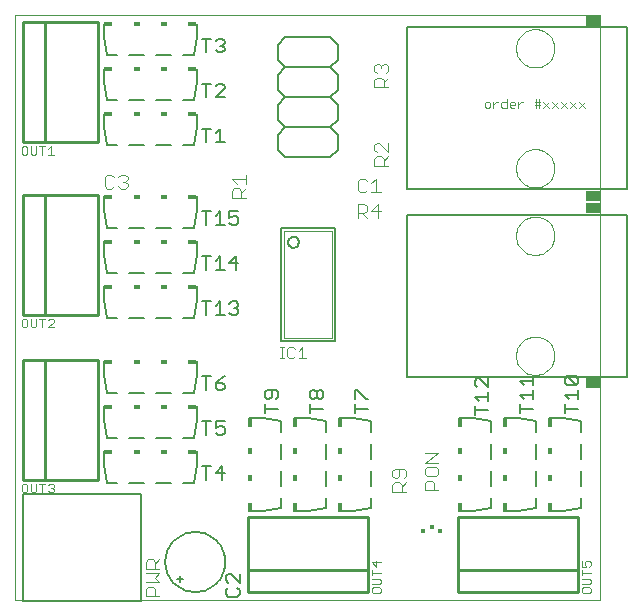
<source format=gto>
G75*
G70*
%OFA0B0*%
%FSLAX24Y24*%
%IPPOS*%
%LPD*%
%AMOC8*
5,1,8,0,0,1.08239X$1,22.5*
%
%ADD10C,0.0000*%
%ADD11C,0.0030*%
%ADD12C,0.0060*%
%ADD13R,0.0300X0.0150*%
%ADD14R,0.0200X0.0150*%
%ADD15C,0.0050*%
%ADD16R,0.0150X0.0300*%
%ADD17R,0.0150X0.0200*%
%ADD18C,0.0040*%
%ADD19C,0.0020*%
%ADD20C,0.0080*%
%ADD21C,0.0004*%
%ADD22R,0.0450X0.0364*%
%ADD23C,0.0100*%
%ADD24R,0.0128X0.0167*%
%ADD25R,0.0138X0.0138*%
D10*
X000180Y000680D02*
X000180Y020176D01*
X019675Y020176D01*
X019675Y000680D01*
X000180Y000680D01*
X016869Y008805D02*
X016871Y008855D01*
X016877Y008905D01*
X016887Y008954D01*
X016900Y009003D01*
X016918Y009050D01*
X016939Y009096D01*
X016963Y009139D01*
X016991Y009181D01*
X017022Y009221D01*
X017056Y009258D01*
X017093Y009292D01*
X017133Y009323D01*
X017175Y009351D01*
X017218Y009375D01*
X017264Y009396D01*
X017311Y009414D01*
X017360Y009427D01*
X017409Y009437D01*
X017459Y009443D01*
X017509Y009445D01*
X017559Y009443D01*
X017609Y009437D01*
X017658Y009427D01*
X017707Y009414D01*
X017754Y009396D01*
X017800Y009375D01*
X017843Y009351D01*
X017885Y009323D01*
X017925Y009292D01*
X017962Y009258D01*
X017996Y009221D01*
X018027Y009181D01*
X018055Y009139D01*
X018079Y009096D01*
X018100Y009050D01*
X018118Y009003D01*
X018131Y008954D01*
X018141Y008905D01*
X018147Y008855D01*
X018149Y008805D01*
X018147Y008755D01*
X018141Y008705D01*
X018131Y008656D01*
X018118Y008607D01*
X018100Y008560D01*
X018079Y008514D01*
X018055Y008471D01*
X018027Y008429D01*
X017996Y008389D01*
X017962Y008352D01*
X017925Y008318D01*
X017885Y008287D01*
X017843Y008259D01*
X017800Y008235D01*
X017754Y008214D01*
X017707Y008196D01*
X017658Y008183D01*
X017609Y008173D01*
X017559Y008167D01*
X017509Y008165D01*
X017459Y008167D01*
X017409Y008173D01*
X017360Y008183D01*
X017311Y008196D01*
X017264Y008214D01*
X017218Y008235D01*
X017175Y008259D01*
X017133Y008287D01*
X017093Y008318D01*
X017056Y008352D01*
X017022Y008389D01*
X016991Y008429D01*
X016963Y008471D01*
X016939Y008514D01*
X016918Y008560D01*
X016900Y008607D01*
X016887Y008656D01*
X016877Y008705D01*
X016871Y008755D01*
X016869Y008805D01*
X016869Y012805D02*
X016871Y012855D01*
X016877Y012905D01*
X016887Y012954D01*
X016900Y013003D01*
X016918Y013050D01*
X016939Y013096D01*
X016963Y013139D01*
X016991Y013181D01*
X017022Y013221D01*
X017056Y013258D01*
X017093Y013292D01*
X017133Y013323D01*
X017175Y013351D01*
X017218Y013375D01*
X017264Y013396D01*
X017311Y013414D01*
X017360Y013427D01*
X017409Y013437D01*
X017459Y013443D01*
X017509Y013445D01*
X017559Y013443D01*
X017609Y013437D01*
X017658Y013427D01*
X017707Y013414D01*
X017754Y013396D01*
X017800Y013375D01*
X017843Y013351D01*
X017885Y013323D01*
X017925Y013292D01*
X017962Y013258D01*
X017996Y013221D01*
X018027Y013181D01*
X018055Y013139D01*
X018079Y013096D01*
X018100Y013050D01*
X018118Y013003D01*
X018131Y012954D01*
X018141Y012905D01*
X018147Y012855D01*
X018149Y012805D01*
X018147Y012755D01*
X018141Y012705D01*
X018131Y012656D01*
X018118Y012607D01*
X018100Y012560D01*
X018079Y012514D01*
X018055Y012471D01*
X018027Y012429D01*
X017996Y012389D01*
X017962Y012352D01*
X017925Y012318D01*
X017885Y012287D01*
X017843Y012259D01*
X017800Y012235D01*
X017754Y012214D01*
X017707Y012196D01*
X017658Y012183D01*
X017609Y012173D01*
X017559Y012167D01*
X017509Y012165D01*
X017459Y012167D01*
X017409Y012173D01*
X017360Y012183D01*
X017311Y012196D01*
X017264Y012214D01*
X017218Y012235D01*
X017175Y012259D01*
X017133Y012287D01*
X017093Y012318D01*
X017056Y012352D01*
X017022Y012389D01*
X016991Y012429D01*
X016963Y012471D01*
X016939Y012514D01*
X016918Y012560D01*
X016900Y012607D01*
X016887Y012656D01*
X016877Y012705D01*
X016871Y012755D01*
X016869Y012805D01*
X016869Y015055D02*
X016871Y015105D01*
X016877Y015155D01*
X016887Y015204D01*
X016900Y015253D01*
X016918Y015300D01*
X016939Y015346D01*
X016963Y015389D01*
X016991Y015431D01*
X017022Y015471D01*
X017056Y015508D01*
X017093Y015542D01*
X017133Y015573D01*
X017175Y015601D01*
X017218Y015625D01*
X017264Y015646D01*
X017311Y015664D01*
X017360Y015677D01*
X017409Y015687D01*
X017459Y015693D01*
X017509Y015695D01*
X017559Y015693D01*
X017609Y015687D01*
X017658Y015677D01*
X017707Y015664D01*
X017754Y015646D01*
X017800Y015625D01*
X017843Y015601D01*
X017885Y015573D01*
X017925Y015542D01*
X017962Y015508D01*
X017996Y015471D01*
X018027Y015431D01*
X018055Y015389D01*
X018079Y015346D01*
X018100Y015300D01*
X018118Y015253D01*
X018131Y015204D01*
X018141Y015155D01*
X018147Y015105D01*
X018149Y015055D01*
X018147Y015005D01*
X018141Y014955D01*
X018131Y014906D01*
X018118Y014857D01*
X018100Y014810D01*
X018079Y014764D01*
X018055Y014721D01*
X018027Y014679D01*
X017996Y014639D01*
X017962Y014602D01*
X017925Y014568D01*
X017885Y014537D01*
X017843Y014509D01*
X017800Y014485D01*
X017754Y014464D01*
X017707Y014446D01*
X017658Y014433D01*
X017609Y014423D01*
X017559Y014417D01*
X017509Y014415D01*
X017459Y014417D01*
X017409Y014423D01*
X017360Y014433D01*
X017311Y014446D01*
X017264Y014464D01*
X017218Y014485D01*
X017175Y014509D01*
X017133Y014537D01*
X017093Y014568D01*
X017056Y014602D01*
X017022Y014639D01*
X016991Y014679D01*
X016963Y014721D01*
X016939Y014764D01*
X016918Y014810D01*
X016900Y014857D01*
X016887Y014906D01*
X016877Y014955D01*
X016871Y015005D01*
X016869Y015055D01*
X016869Y019055D02*
X016871Y019105D01*
X016877Y019155D01*
X016887Y019204D01*
X016900Y019253D01*
X016918Y019300D01*
X016939Y019346D01*
X016963Y019389D01*
X016991Y019431D01*
X017022Y019471D01*
X017056Y019508D01*
X017093Y019542D01*
X017133Y019573D01*
X017175Y019601D01*
X017218Y019625D01*
X017264Y019646D01*
X017311Y019664D01*
X017360Y019677D01*
X017409Y019687D01*
X017459Y019693D01*
X017509Y019695D01*
X017559Y019693D01*
X017609Y019687D01*
X017658Y019677D01*
X017707Y019664D01*
X017754Y019646D01*
X017800Y019625D01*
X017843Y019601D01*
X017885Y019573D01*
X017925Y019542D01*
X017962Y019508D01*
X017996Y019471D01*
X018027Y019431D01*
X018055Y019389D01*
X018079Y019346D01*
X018100Y019300D01*
X018118Y019253D01*
X018131Y019204D01*
X018141Y019155D01*
X018147Y019105D01*
X018149Y019055D01*
X018147Y019005D01*
X018141Y018955D01*
X018131Y018906D01*
X018118Y018857D01*
X018100Y018810D01*
X018079Y018764D01*
X018055Y018721D01*
X018027Y018679D01*
X017996Y018639D01*
X017962Y018602D01*
X017925Y018568D01*
X017885Y018537D01*
X017843Y018509D01*
X017800Y018485D01*
X017754Y018464D01*
X017707Y018446D01*
X017658Y018433D01*
X017609Y018423D01*
X017559Y018417D01*
X017509Y018415D01*
X017459Y018417D01*
X017409Y018423D01*
X017360Y018433D01*
X017311Y018446D01*
X017264Y018464D01*
X017218Y018485D01*
X017175Y018509D01*
X017133Y018537D01*
X017093Y018568D01*
X017056Y018602D01*
X017022Y018639D01*
X016991Y018679D01*
X016963Y018721D01*
X016939Y018764D01*
X016918Y018810D01*
X016900Y018857D01*
X016887Y018906D01*
X016877Y018955D01*
X016871Y019005D01*
X016869Y019055D01*
D11*
X016554Y017360D02*
X016554Y017070D01*
X016409Y017070D01*
X016360Y017118D01*
X016360Y017215D01*
X016409Y017263D01*
X016554Y017263D01*
X016655Y017215D02*
X016703Y017263D01*
X016800Y017263D01*
X016848Y017215D01*
X016848Y017167D01*
X016655Y017167D01*
X016655Y017215D02*
X016655Y017118D01*
X016703Y017070D01*
X016800Y017070D01*
X016949Y017070D02*
X016949Y017263D01*
X016949Y017167D02*
X017046Y017263D01*
X017095Y017263D01*
X017490Y017263D02*
X017635Y017263D01*
X017683Y017263D01*
X017683Y017167D02*
X017490Y017167D01*
X017538Y017070D02*
X017538Y017360D01*
X017635Y017360D02*
X017635Y017070D01*
X017784Y017070D02*
X017978Y017263D01*
X018079Y017263D02*
X018272Y017070D01*
X018374Y017070D02*
X018567Y017263D01*
X018668Y017263D02*
X018862Y017070D01*
X018963Y017070D02*
X019156Y017263D01*
X018963Y017263D02*
X019156Y017070D01*
X018862Y017263D02*
X018668Y017070D01*
X018567Y017070D02*
X018374Y017263D01*
X018272Y017263D02*
X018079Y017070D01*
X017978Y017070D02*
X017784Y017263D01*
X016260Y017263D02*
X016211Y017263D01*
X016115Y017167D01*
X016115Y017263D02*
X016115Y017070D01*
X016013Y017118D02*
X015965Y017070D01*
X015868Y017070D01*
X015820Y017118D01*
X015820Y017215D01*
X015868Y017263D01*
X015965Y017263D01*
X016013Y017215D01*
X016013Y017118D01*
X001469Y015500D02*
X001275Y015500D01*
X001372Y015500D02*
X001372Y015790D01*
X001275Y015693D01*
X001174Y015790D02*
X000981Y015790D01*
X001077Y015790D02*
X001077Y015500D01*
X000880Y015548D02*
X000880Y015790D01*
X000686Y015790D02*
X000686Y015548D01*
X000734Y015500D01*
X000831Y015500D01*
X000880Y015548D01*
X000585Y015548D02*
X000585Y015742D01*
X000537Y015790D01*
X000440Y015790D01*
X000391Y015742D01*
X000391Y015548D01*
X000440Y015500D01*
X000537Y015500D01*
X000585Y015548D01*
X000537Y010040D02*
X000585Y009992D01*
X000585Y009798D01*
X000537Y009750D01*
X000440Y009750D01*
X000391Y009798D01*
X000391Y009992D01*
X000440Y010040D01*
X000537Y010040D01*
X000686Y010040D02*
X000686Y009798D01*
X000734Y009750D01*
X000831Y009750D01*
X000880Y009798D01*
X000880Y010040D01*
X000981Y010040D02*
X001174Y010040D01*
X001077Y010040D02*
X001077Y009750D01*
X001275Y009750D02*
X001469Y009943D01*
X001469Y009992D01*
X001420Y010040D01*
X001324Y010040D01*
X001275Y009992D01*
X001275Y009750D02*
X001469Y009750D01*
X001420Y004540D02*
X001469Y004492D01*
X001469Y004443D01*
X001420Y004395D01*
X001469Y004347D01*
X001469Y004298D01*
X001420Y004250D01*
X001324Y004250D01*
X001275Y004298D01*
X001372Y004395D02*
X001420Y004395D01*
X001420Y004540D02*
X001324Y004540D01*
X001275Y004492D01*
X001174Y004540D02*
X000981Y004540D01*
X001077Y004540D02*
X001077Y004250D01*
X000880Y004298D02*
X000880Y004540D01*
X000686Y004540D02*
X000686Y004298D01*
X000734Y004250D01*
X000831Y004250D01*
X000880Y004298D01*
X000585Y004298D02*
X000585Y004492D01*
X000537Y004540D01*
X000440Y004540D01*
X000391Y004492D01*
X000391Y004298D01*
X000440Y004250D01*
X000537Y004250D01*
X000585Y004298D01*
X012070Y001920D02*
X012215Y001775D01*
X012215Y001969D01*
X012360Y001920D02*
X012070Y001920D01*
X012070Y001674D02*
X012070Y001481D01*
X012070Y001577D02*
X012360Y001577D01*
X012312Y001380D02*
X012070Y001380D01*
X012070Y001186D02*
X012312Y001186D01*
X012360Y001234D01*
X012360Y001331D01*
X012312Y001380D01*
X012312Y001085D02*
X012118Y001085D01*
X012070Y001037D01*
X012070Y000940D01*
X012118Y000891D01*
X012312Y000891D01*
X012360Y000940D01*
X012360Y001037D01*
X012312Y001085D01*
X019070Y001037D02*
X019070Y000940D01*
X019118Y000891D01*
X019312Y000891D01*
X019360Y000940D01*
X019360Y001037D01*
X019312Y001085D01*
X019118Y001085D01*
X019070Y001037D01*
X019070Y001186D02*
X019312Y001186D01*
X019360Y001234D01*
X019360Y001331D01*
X019312Y001380D01*
X019070Y001380D01*
X019070Y001481D02*
X019070Y001674D01*
X019070Y001577D02*
X019360Y001577D01*
X019312Y001775D02*
X019360Y001824D01*
X019360Y001920D01*
X019312Y001969D01*
X019215Y001969D01*
X019167Y001920D01*
X019167Y001872D01*
X019215Y001775D01*
X019070Y001775D01*
X019070Y001969D01*
D12*
X019030Y003730D02*
X018430Y003630D01*
X017980Y003630D01*
X017530Y003730D02*
X017530Y004080D01*
X017530Y003730D02*
X016930Y003630D01*
X016480Y003630D01*
X016030Y003730D02*
X016030Y004080D01*
X016030Y003730D02*
X015430Y003630D01*
X014980Y003630D01*
X016030Y004480D02*
X016030Y004980D01*
X016030Y005380D02*
X016030Y005880D01*
X016030Y006280D02*
X016030Y006630D01*
X015430Y006730D01*
X014980Y006730D01*
X016480Y006730D02*
X016930Y006730D01*
X017530Y006630D01*
X017530Y006280D01*
X017530Y005880D02*
X017530Y005380D01*
X017530Y004980D02*
X017530Y004480D01*
X019030Y004480D02*
X019030Y004980D01*
X019030Y005380D02*
X019030Y005880D01*
X019030Y006280D02*
X019030Y006630D01*
X018430Y006730D01*
X017980Y006730D01*
X019030Y004080D02*
X019030Y003730D01*
X012030Y003730D02*
X012030Y004080D01*
X012030Y003730D02*
X011430Y003630D01*
X010980Y003630D01*
X010530Y003730D02*
X010530Y004080D01*
X010530Y003730D02*
X009930Y003630D01*
X009480Y003630D01*
X009030Y003730D02*
X009030Y004080D01*
X009030Y003730D02*
X008430Y003630D01*
X007980Y003630D01*
X009030Y004480D02*
X009030Y004980D01*
X009030Y005380D02*
X009030Y005880D01*
X009030Y006280D02*
X009030Y006630D01*
X008430Y006730D01*
X007980Y006730D01*
X009480Y006730D02*
X009930Y006730D01*
X010530Y006630D01*
X010530Y006280D01*
X010530Y005880D02*
X010530Y005380D01*
X010530Y004980D02*
X010530Y004480D01*
X012030Y004480D02*
X012030Y004980D01*
X012030Y005380D02*
X012030Y005880D01*
X012030Y006280D02*
X012030Y006630D01*
X011430Y006730D01*
X010980Y006730D01*
X010829Y009294D02*
X009031Y009294D01*
X009031Y013066D01*
X010829Y013066D01*
X010829Y009294D01*
X009270Y012588D02*
X009272Y012614D01*
X009278Y012640D01*
X009287Y012664D01*
X009300Y012687D01*
X009316Y012708D01*
X009335Y012726D01*
X009356Y012742D01*
X009380Y012754D01*
X009404Y012762D01*
X009430Y012767D01*
X009457Y012768D01*
X009483Y012765D01*
X009508Y012758D01*
X009532Y012748D01*
X009555Y012734D01*
X009575Y012718D01*
X009592Y012698D01*
X009607Y012676D01*
X009618Y012652D01*
X009626Y012627D01*
X009630Y012601D01*
X009630Y012575D01*
X009626Y012549D01*
X009618Y012524D01*
X009607Y012500D01*
X009592Y012478D01*
X009575Y012458D01*
X009555Y012442D01*
X009532Y012428D01*
X009508Y012418D01*
X009483Y012411D01*
X009457Y012408D01*
X009430Y012409D01*
X009404Y012414D01*
X009380Y012422D01*
X009356Y012434D01*
X009335Y012450D01*
X009316Y012468D01*
X009300Y012489D01*
X009287Y012512D01*
X009278Y012536D01*
X009272Y012562D01*
X009270Y012588D01*
X009180Y015430D02*
X008930Y015680D01*
X008930Y016180D01*
X009180Y016430D01*
X010680Y016430D01*
X010930Y016680D01*
X010930Y017180D01*
X010680Y017430D01*
X009180Y017430D01*
X008930Y017680D01*
X008930Y018180D01*
X009180Y018430D01*
X008930Y018680D01*
X008930Y019180D01*
X009180Y019430D01*
X010680Y019430D01*
X010930Y019180D01*
X010930Y018680D01*
X010680Y018430D01*
X009180Y018430D01*
X009180Y017430D02*
X008930Y017180D01*
X008930Y016680D01*
X009180Y016430D01*
X009180Y015430D02*
X010680Y015430D01*
X010930Y015680D01*
X010930Y016180D01*
X010680Y016430D01*
X010680Y017430D02*
X010930Y017680D01*
X010930Y018180D01*
X010680Y018430D01*
X006230Y018380D02*
X006230Y017930D01*
X006130Y017330D01*
X005780Y017330D01*
X005380Y017330D02*
X004880Y017330D01*
X004480Y017330D02*
X003980Y017330D01*
X003580Y017330D02*
X003230Y017330D01*
X003130Y017930D01*
X003130Y018380D01*
X003230Y018830D02*
X003580Y018830D01*
X003230Y018830D02*
X003130Y019430D01*
X003130Y019880D01*
X003980Y018830D02*
X004480Y018830D01*
X004880Y018830D02*
X005380Y018830D01*
X005780Y018830D02*
X006130Y018830D01*
X006230Y019430D01*
X006230Y019880D01*
X006230Y016880D02*
X006230Y016430D01*
X006130Y015830D01*
X005780Y015830D01*
X005380Y015830D02*
X004880Y015830D01*
X004480Y015830D02*
X003980Y015830D01*
X003580Y015830D02*
X003230Y015830D01*
X003130Y016430D01*
X003130Y016880D01*
X003130Y014130D02*
X003130Y013680D01*
X003230Y013080D01*
X003580Y013080D01*
X003980Y013080D02*
X004480Y013080D01*
X004880Y013080D02*
X005380Y013080D01*
X005780Y013080D02*
X006130Y013080D01*
X006230Y013680D01*
X006230Y014130D01*
X006230Y012630D02*
X006230Y012180D01*
X006130Y011580D01*
X005780Y011580D01*
X005380Y011580D02*
X004880Y011580D01*
X004480Y011580D02*
X003980Y011580D01*
X003580Y011580D02*
X003230Y011580D01*
X003130Y012180D01*
X003130Y012630D01*
X003130Y011130D02*
X003130Y010680D01*
X003230Y010080D01*
X003580Y010080D01*
X003980Y010080D02*
X004480Y010080D01*
X004880Y010080D02*
X005380Y010080D01*
X005780Y010080D02*
X006130Y010080D01*
X006230Y010680D01*
X006230Y011130D01*
X006230Y008630D02*
X006230Y008180D01*
X006130Y007580D01*
X005780Y007580D01*
X005380Y007580D02*
X004880Y007580D01*
X004480Y007580D02*
X003980Y007580D01*
X003580Y007580D02*
X003230Y007580D01*
X003130Y008180D01*
X003130Y008630D01*
X003130Y007130D02*
X003130Y006680D01*
X003230Y006080D01*
X003580Y006080D01*
X003980Y006080D02*
X004480Y006080D01*
X004880Y006080D02*
X005380Y006080D01*
X005780Y006080D02*
X006130Y006080D01*
X006230Y006680D01*
X006230Y007130D01*
X006230Y005630D02*
X006230Y005180D01*
X006130Y004580D01*
X005780Y004580D01*
X005380Y004580D02*
X004880Y004580D01*
X004480Y004580D02*
X003980Y004580D01*
X003580Y004580D02*
X003230Y004580D01*
X003130Y005180D01*
X003130Y005630D01*
X005180Y001930D02*
X005182Y001993D01*
X005188Y002055D01*
X005198Y002117D01*
X005211Y002179D01*
X005229Y002239D01*
X005250Y002298D01*
X005275Y002356D01*
X005304Y002412D01*
X005336Y002466D01*
X005371Y002518D01*
X005409Y002567D01*
X005451Y002615D01*
X005495Y002659D01*
X005543Y002701D01*
X005592Y002739D01*
X005644Y002774D01*
X005698Y002806D01*
X005754Y002835D01*
X005812Y002860D01*
X005871Y002881D01*
X005931Y002899D01*
X005993Y002912D01*
X006055Y002922D01*
X006117Y002928D01*
X006180Y002930D01*
X006243Y002928D01*
X006305Y002922D01*
X006367Y002912D01*
X006429Y002899D01*
X006489Y002881D01*
X006548Y002860D01*
X006606Y002835D01*
X006662Y002806D01*
X006716Y002774D01*
X006768Y002739D01*
X006817Y002701D01*
X006865Y002659D01*
X006909Y002615D01*
X006951Y002567D01*
X006989Y002518D01*
X007024Y002466D01*
X007056Y002412D01*
X007085Y002356D01*
X007110Y002298D01*
X007131Y002239D01*
X007149Y002179D01*
X007162Y002117D01*
X007172Y002055D01*
X007178Y001993D01*
X007180Y001930D01*
X007178Y001867D01*
X007172Y001805D01*
X007162Y001743D01*
X007149Y001681D01*
X007131Y001621D01*
X007110Y001562D01*
X007085Y001504D01*
X007056Y001448D01*
X007024Y001394D01*
X006989Y001342D01*
X006951Y001293D01*
X006909Y001245D01*
X006865Y001201D01*
X006817Y001159D01*
X006768Y001121D01*
X006716Y001086D01*
X006662Y001054D01*
X006606Y001025D01*
X006548Y001000D01*
X006489Y000979D01*
X006429Y000961D01*
X006367Y000948D01*
X006305Y000938D01*
X006243Y000932D01*
X006180Y000930D01*
X006117Y000932D01*
X006055Y000938D01*
X005993Y000948D01*
X005931Y000961D01*
X005871Y000979D01*
X005812Y001000D01*
X005754Y001025D01*
X005698Y001054D01*
X005644Y001086D01*
X005592Y001121D01*
X005543Y001159D01*
X005495Y001201D01*
X005451Y001245D01*
X005409Y001293D01*
X005371Y001342D01*
X005336Y001394D01*
X005304Y001448D01*
X005275Y001504D01*
X005250Y001562D01*
X005229Y001621D01*
X005211Y001681D01*
X005198Y001743D01*
X005188Y001805D01*
X005182Y001867D01*
X005180Y001930D01*
X005680Y001480D02*
X005680Y001380D01*
X005580Y001380D01*
X005680Y001380D02*
X005780Y001380D01*
X005680Y001380D02*
X005680Y001280D01*
D13*
X006080Y005605D03*
X006080Y007105D03*
X006080Y008605D03*
X006080Y011105D03*
X006080Y012605D03*
X006080Y014105D03*
X006080Y016855D03*
X006080Y018355D03*
X006080Y019855D03*
X003280Y019855D03*
X003280Y018355D03*
X003280Y016855D03*
X003280Y014105D03*
X003280Y012605D03*
X003280Y011105D03*
X003280Y008605D03*
X003280Y007105D03*
X003280Y005605D03*
D14*
X004230Y005605D03*
X005130Y005605D03*
X005130Y007105D03*
X004230Y007105D03*
X004230Y008605D03*
X005130Y008605D03*
X005130Y011105D03*
X004230Y011105D03*
X004230Y012605D03*
X005130Y012605D03*
X005130Y014105D03*
X004230Y014105D03*
X004230Y016855D03*
X005130Y016855D03*
X005130Y018355D03*
X004230Y018355D03*
X004230Y019855D03*
X005130Y019855D03*
D15*
X006395Y019365D02*
X006695Y019365D01*
X006545Y019365D02*
X006545Y018915D01*
X006855Y018990D02*
X006930Y018915D01*
X007081Y018915D01*
X007156Y018990D01*
X007156Y019065D01*
X007081Y019140D01*
X007006Y019140D01*
X007081Y019140D02*
X007156Y019215D01*
X007156Y019290D01*
X007081Y019365D01*
X006930Y019365D01*
X006855Y019290D01*
X006930Y017865D02*
X006855Y017790D01*
X006930Y017865D02*
X007081Y017865D01*
X007156Y017790D01*
X007156Y017715D01*
X006855Y017415D01*
X007156Y017415D01*
X006695Y017865D02*
X006395Y017865D01*
X006545Y017865D02*
X006545Y017415D01*
X006545Y016365D02*
X006545Y015915D01*
X006855Y015915D02*
X007156Y015915D01*
X007006Y015915D02*
X007006Y016365D01*
X006855Y016215D01*
X006695Y016365D02*
X006395Y016365D01*
X006395Y013615D02*
X006695Y013615D01*
X006545Y013615D02*
X006545Y013165D01*
X006855Y013165D02*
X007156Y013165D01*
X007006Y013165D02*
X007006Y013615D01*
X006855Y013465D01*
X007316Y013390D02*
X007466Y013465D01*
X007541Y013465D01*
X007616Y013390D01*
X007616Y013240D01*
X007541Y013165D01*
X007391Y013165D01*
X007316Y013240D01*
X007316Y013390D02*
X007316Y013615D01*
X007616Y013615D01*
X007541Y012115D02*
X007316Y011890D01*
X007616Y011890D01*
X007541Y011665D02*
X007541Y012115D01*
X007156Y011665D02*
X006855Y011665D01*
X007006Y011665D02*
X007006Y012115D01*
X006855Y011965D01*
X006695Y012115D02*
X006395Y012115D01*
X006545Y012115D02*
X006545Y011665D01*
X006545Y010615D02*
X006545Y010165D01*
X006855Y010165D02*
X007156Y010165D01*
X007006Y010165D02*
X007006Y010615D01*
X006855Y010465D01*
X006695Y010615D02*
X006395Y010615D01*
X007316Y010540D02*
X007391Y010615D01*
X007541Y010615D01*
X007616Y010540D01*
X007616Y010465D01*
X007541Y010390D01*
X007616Y010315D01*
X007616Y010240D01*
X007541Y010165D01*
X007391Y010165D01*
X007316Y010240D01*
X007466Y010390D02*
X007541Y010390D01*
X007156Y008115D02*
X007006Y008040D01*
X006855Y007890D01*
X007081Y007890D01*
X007156Y007815D01*
X007156Y007740D01*
X007081Y007665D01*
X006930Y007665D01*
X006855Y007740D01*
X006855Y007890D01*
X006695Y008115D02*
X006395Y008115D01*
X006545Y008115D02*
X006545Y007665D01*
X006545Y006615D02*
X006545Y006165D01*
X006855Y006240D02*
X006930Y006165D01*
X007081Y006165D01*
X007156Y006240D01*
X007156Y006390D01*
X007081Y006465D01*
X007006Y006465D01*
X006855Y006390D01*
X006855Y006615D01*
X007156Y006615D01*
X006695Y006615D02*
X006395Y006615D01*
X006395Y005115D02*
X006695Y005115D01*
X006545Y005115D02*
X006545Y004665D01*
X006855Y004890D02*
X007156Y004890D01*
X007081Y004665D02*
X007081Y005115D01*
X006855Y004890D01*
X008495Y006895D02*
X008495Y007195D01*
X008495Y007045D02*
X008945Y007045D01*
X008870Y007355D02*
X008945Y007430D01*
X008945Y007581D01*
X008870Y007656D01*
X008570Y007656D01*
X008495Y007581D01*
X008495Y007430D01*
X008570Y007355D01*
X008645Y007355D01*
X008720Y007430D01*
X008720Y007656D01*
X009995Y007581D02*
X010070Y007656D01*
X010145Y007656D01*
X010220Y007581D01*
X010220Y007430D01*
X010145Y007355D01*
X010070Y007355D01*
X009995Y007430D01*
X009995Y007581D01*
X010220Y007581D02*
X010295Y007656D01*
X010370Y007656D01*
X010445Y007581D01*
X010445Y007430D01*
X010370Y007355D01*
X010295Y007355D01*
X010220Y007430D01*
X009995Y007195D02*
X009995Y006895D01*
X009995Y007045D02*
X010445Y007045D01*
X011495Y007045D02*
X011945Y007045D01*
X011945Y007355D02*
X011870Y007355D01*
X011570Y007656D01*
X011495Y007656D01*
X011495Y007355D01*
X011495Y007195D02*
X011495Y006895D01*
X015495Y006833D02*
X015495Y007133D01*
X015495Y006983D02*
X015945Y006983D01*
X015945Y007293D02*
X015945Y007593D01*
X015945Y007443D02*
X015495Y007443D01*
X015645Y007293D01*
X015570Y007753D02*
X015495Y007828D01*
X015495Y007978D01*
X015570Y008054D01*
X015645Y008054D01*
X015945Y007753D01*
X015945Y008054D01*
X016995Y007966D02*
X017145Y007816D01*
X016995Y007966D02*
X017445Y007966D01*
X017445Y007816D02*
X017445Y008116D01*
X017445Y007656D02*
X017445Y007355D01*
X017445Y007506D02*
X016995Y007506D01*
X017145Y007355D01*
X016995Y007195D02*
X016995Y006895D01*
X016995Y007045D02*
X017445Y007045D01*
X018495Y007045D02*
X018945Y007045D01*
X018945Y007355D02*
X018945Y007656D01*
X018945Y007506D02*
X018495Y007506D01*
X018645Y007355D01*
X018495Y007195D02*
X018495Y006895D01*
X018570Y007816D02*
X018495Y007891D01*
X018495Y008041D01*
X018570Y008116D01*
X018870Y007816D01*
X018945Y007891D01*
X018945Y008041D01*
X018870Y008116D01*
X018570Y008116D01*
X018570Y007816D02*
X018870Y007816D01*
X007655Y001541D02*
X007655Y001240D01*
X007355Y001541D01*
X007280Y001541D01*
X007205Y001466D01*
X007205Y001315D01*
X007280Y001240D01*
X007280Y001080D02*
X007205Y001005D01*
X007205Y000855D01*
X007280Y000780D01*
X007580Y000780D01*
X007655Y000855D01*
X007655Y001005D01*
X007580Y001080D01*
X004383Y000645D02*
X004383Y004188D01*
X000446Y004188D01*
X000446Y000645D01*
X004383Y000645D01*
D16*
X008005Y003780D03*
X009505Y003780D03*
X011005Y003780D03*
X011005Y006580D03*
X009505Y006580D03*
X008005Y006580D03*
X015005Y006580D03*
X016505Y006580D03*
X018005Y006580D03*
X018005Y003780D03*
X016505Y003780D03*
X015005Y003780D03*
D17*
X015005Y004730D03*
X015005Y005630D03*
X016505Y005630D03*
X016505Y004730D03*
X018005Y004730D03*
X018005Y005630D03*
X011005Y005630D03*
X011005Y004730D03*
X009505Y004730D03*
X009505Y005630D03*
X008005Y005630D03*
X008005Y004730D03*
D18*
X004983Y002019D02*
X004830Y001865D01*
X004830Y001942D02*
X004830Y001712D01*
X004983Y001712D02*
X004523Y001712D01*
X004523Y001942D01*
X004600Y002019D01*
X004753Y002019D01*
X004830Y001942D01*
X004983Y001559D02*
X004523Y001559D01*
X004523Y001252D02*
X004983Y001252D01*
X004830Y001405D01*
X004983Y001559D01*
X004753Y001098D02*
X004830Y001021D01*
X004830Y000791D01*
X004983Y000791D02*
X004523Y000791D01*
X004523Y001021D01*
X004600Y001098D01*
X004753Y001098D01*
X009005Y008736D02*
X009125Y008736D01*
X009065Y008736D02*
X009065Y009096D01*
X009005Y009096D02*
X009125Y009096D01*
X009251Y009036D02*
X009311Y009096D01*
X009431Y009096D01*
X009491Y009036D01*
X009619Y008976D02*
X009739Y009096D01*
X009739Y008736D01*
X009619Y008736D02*
X009859Y008736D01*
X009491Y008796D02*
X009431Y008736D01*
X009311Y008736D01*
X009251Y008796D01*
X009251Y009036D01*
X012826Y005042D02*
X012750Y004966D01*
X012750Y004812D01*
X012826Y004735D01*
X012903Y004735D01*
X012980Y004812D01*
X012980Y005042D01*
X013133Y005042D02*
X012826Y005042D01*
X013133Y005042D02*
X013210Y004966D01*
X013210Y004812D01*
X013133Y004735D01*
X013210Y004582D02*
X013057Y004428D01*
X013057Y004505D02*
X013057Y004275D01*
X013210Y004275D02*
X012750Y004275D01*
X012750Y004505D01*
X012826Y004582D01*
X012980Y004582D01*
X013057Y004505D01*
X013825Y004555D02*
X013825Y004325D01*
X014285Y004325D01*
X014132Y004325D02*
X014132Y004555D01*
X014055Y004632D01*
X013901Y004632D01*
X013825Y004555D01*
X013901Y004785D02*
X013825Y004862D01*
X013825Y005016D01*
X013901Y005092D01*
X014208Y005092D01*
X014285Y005016D01*
X014285Y004862D01*
X014208Y004785D01*
X013901Y004785D01*
X013825Y005246D02*
X014285Y005553D01*
X013825Y005553D01*
X013825Y005246D02*
X014285Y005246D01*
X012278Y013400D02*
X012278Y013860D01*
X012048Y013630D01*
X012355Y013630D01*
X011894Y013630D02*
X011818Y013553D01*
X011588Y013553D01*
X011741Y013553D02*
X011894Y013400D01*
X011894Y013630D02*
X011894Y013784D01*
X011818Y013860D01*
X011588Y013860D01*
X011588Y013400D01*
X011668Y014250D02*
X011592Y014327D01*
X011592Y014634D01*
X011668Y014710D01*
X011822Y014710D01*
X011899Y014634D01*
X012052Y014557D02*
X012206Y014710D01*
X012206Y014250D01*
X012359Y014250D02*
X012052Y014250D01*
X011899Y014327D02*
X011822Y014250D01*
X011668Y014250D01*
X012150Y015142D02*
X012150Y015372D01*
X012226Y015449D01*
X012380Y015449D01*
X012457Y015372D01*
X012457Y015142D01*
X012610Y015142D02*
X012150Y015142D01*
X012457Y015295D02*
X012610Y015449D01*
X012610Y015602D02*
X012303Y015909D01*
X012226Y015909D01*
X012150Y015832D01*
X012150Y015679D01*
X012226Y015602D01*
X012610Y015602D02*
X012610Y015909D01*
X012610Y017767D02*
X012150Y017767D01*
X012150Y017997D01*
X012226Y018074D01*
X012380Y018074D01*
X012457Y017997D01*
X012457Y017767D01*
X012457Y017920D02*
X012610Y018074D01*
X012533Y018227D02*
X012610Y018304D01*
X012610Y018457D01*
X012533Y018534D01*
X012457Y018534D01*
X012380Y018457D01*
X012380Y018381D01*
X012380Y018457D02*
X012303Y018534D01*
X012226Y018534D01*
X012150Y018457D01*
X012150Y018304D01*
X012226Y018227D01*
X007860Y014847D02*
X007860Y014540D01*
X007860Y014693D02*
X007400Y014693D01*
X007553Y014540D01*
X007476Y014386D02*
X007400Y014309D01*
X007400Y014079D01*
X007860Y014079D01*
X007707Y014079D02*
X007707Y014309D01*
X007630Y014386D01*
X007476Y014386D01*
X007707Y014233D02*
X007860Y014386D01*
X003922Y014452D02*
X003845Y014375D01*
X003691Y014375D01*
X003615Y014452D01*
X003461Y014452D02*
X003384Y014375D01*
X003231Y014375D01*
X003154Y014452D01*
X003154Y014759D01*
X003231Y014835D01*
X003384Y014835D01*
X003461Y014759D01*
X003615Y014759D02*
X003691Y014835D01*
X003845Y014835D01*
X003922Y014759D01*
X003922Y014682D01*
X003845Y014605D01*
X003922Y014528D01*
X003922Y014452D01*
X003845Y014605D02*
X003768Y014605D01*
D19*
X009121Y012976D02*
X009121Y009384D01*
X010739Y009384D01*
X010739Y012976D01*
X009121Y012976D01*
D20*
X013249Y013512D02*
X020573Y013512D01*
X020573Y008098D01*
X013249Y008098D01*
X013249Y013512D01*
X013249Y014348D02*
X020573Y014348D01*
X020573Y019762D01*
X013249Y019762D01*
X013249Y014348D01*
D21*
X019678Y013980D02*
X019678Y020130D01*
X019678Y013880D02*
X019678Y007730D01*
D22*
X019443Y007887D03*
X019443Y013723D03*
X019443Y014137D03*
X019443Y019973D03*
D23*
X002930Y019930D02*
X002930Y015930D01*
X001180Y015930D01*
X001180Y019930D01*
X002930Y019930D01*
X001180Y019930D02*
X000430Y019930D01*
X000430Y015930D01*
X001180Y015930D01*
X001180Y014180D02*
X000430Y014180D01*
X000430Y010180D01*
X001180Y010180D01*
X001180Y014180D01*
X002930Y014180D01*
X002930Y010180D01*
X001180Y010180D01*
X001180Y008680D02*
X000430Y008680D01*
X000430Y004680D01*
X001180Y004680D01*
X001180Y008680D01*
X002930Y008680D01*
X002930Y004680D01*
X001180Y004680D01*
X007930Y003430D02*
X007930Y001680D01*
X011930Y001680D01*
X011930Y000930D01*
X007930Y000930D01*
X007930Y001680D01*
X007930Y003430D02*
X011930Y003430D01*
X011930Y001680D01*
X014930Y001680D02*
X014930Y000930D01*
X018930Y000930D01*
X018930Y001680D01*
X014930Y001680D01*
X014930Y003430D01*
X018930Y003430D01*
X018930Y001680D01*
D24*
X014326Y002959D03*
X013784Y002959D03*
D25*
X014055Y003111D03*
M02*

</source>
